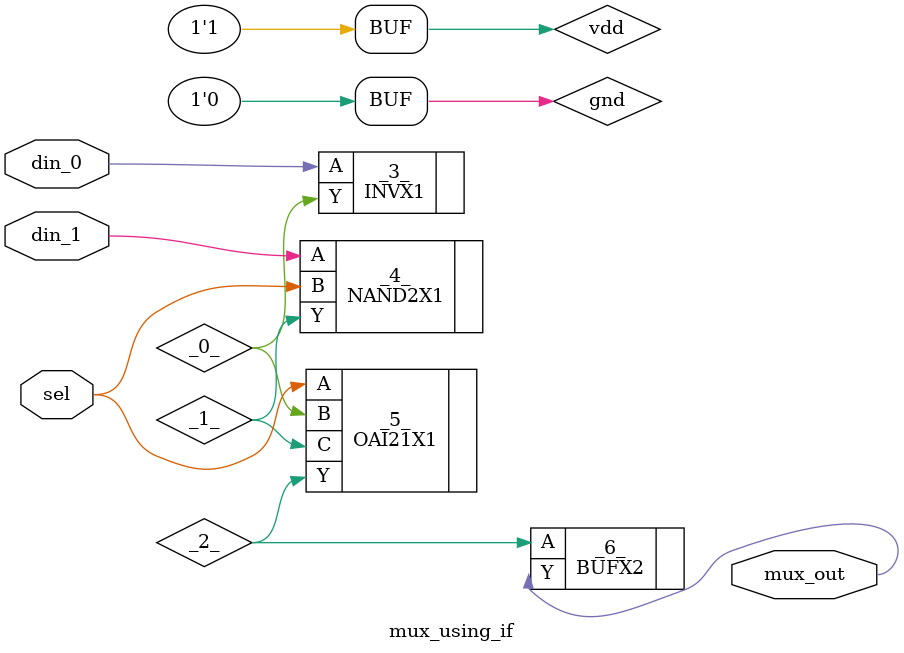
<source format=v>
/* Verilog module written by vlog2Verilog (qflow) */

module mux_using_if(
    input din_0,
    input din_1,
    output mux_out,
    input sel
);

wire vdd = 1'b1;
wire gnd = 1'b0;

wire _1_ ;
wire _0_ ;
wire mux_out ;
wire din_0 ;
wire din_1 ;
wire _2_ ;
wire sel ;

INVX1 _3_ (
    .A(din_0),
    .Y(_0_)
);

NAND2X1 _4_ (
    .A(din_1),
    .B(sel),
    .Y(_1_)
);

OAI21X1 _5_ (
    .A(sel),
    .B(_0_),
    .C(_1_),
    .Y(_2_)
);

BUFX2 _6_ (
    .A(_2_),
    .Y(mux_out)
);

endmodule

</source>
